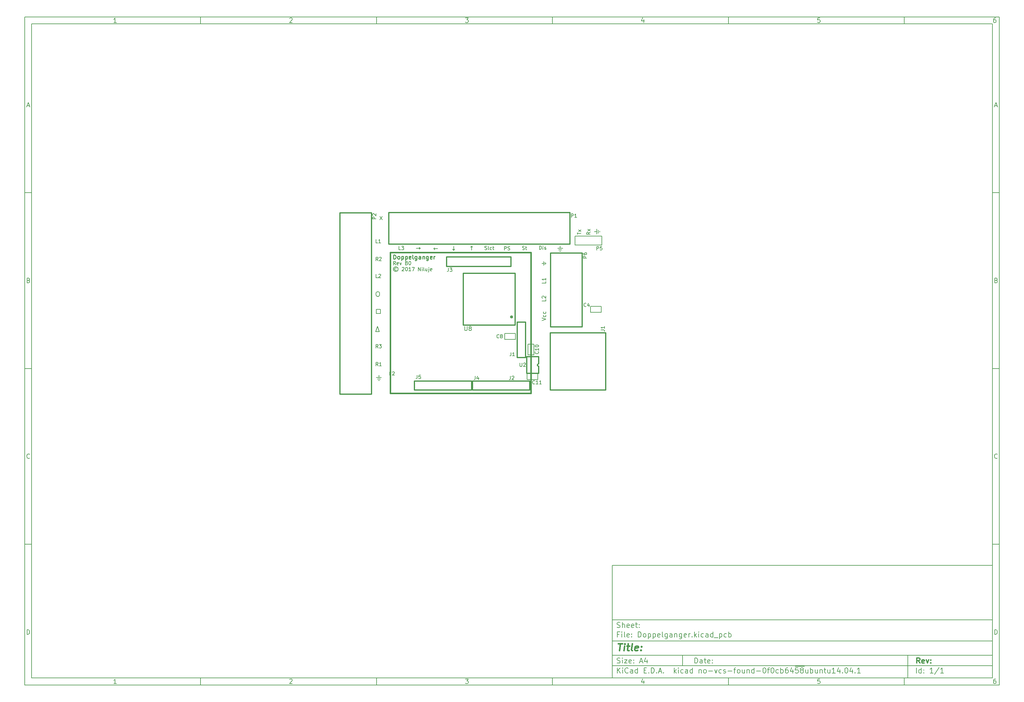
<source format=gto>
G04 #@! TF.GenerationSoftware,KiCad,Pcbnew,no-vcs-found-0f0cb64~58~ubuntu14.04.1*
G04 #@! TF.CreationDate,2017-03-27T23:46:48+02:00*
G04 #@! TF.ProjectId,Doppelganger,446F7070656C67616E6765722E6B6963,rev?*
G04 #@! TF.FileFunction,Legend,Top*
G04 #@! TF.FilePolarity,Positive*
%FSLAX46Y46*%
G04 Gerber Fmt 4.6, Leading zero omitted, Abs format (unit mm)*
G04 Created by KiCad (PCBNEW no-vcs-found-0f0cb64~58~ubuntu14.04.1) date Mon Mar 27 23:46:48 2017*
%MOMM*%
%LPD*%
G01*
G04 APERTURE LIST*
%ADD10C,0.100000*%
%ADD11C,0.150000*%
%ADD12C,0.300000*%
%ADD13C,0.400000*%
%ADD14C,0.200000*%
%ADD15C,0.250000*%
%ADD16C,0.203200*%
G04 APERTURE END LIST*
D10*
D11*
X177002200Y-166007200D02*
X177002200Y-198007200D01*
X285002200Y-198007200D01*
X285002200Y-166007200D01*
X177002200Y-166007200D01*
D10*
D11*
X10000000Y-10000000D02*
X10000000Y-200007200D01*
X287002200Y-200007200D01*
X287002200Y-10000000D01*
X10000000Y-10000000D01*
D10*
D11*
X12000000Y-12000000D02*
X12000000Y-198007200D01*
X285002200Y-198007200D01*
X285002200Y-12000000D01*
X12000000Y-12000000D01*
D10*
D11*
X60000000Y-12000000D02*
X60000000Y-10000000D01*
D10*
D11*
X110000000Y-12000000D02*
X110000000Y-10000000D01*
D10*
D11*
X160000000Y-12000000D02*
X160000000Y-10000000D01*
D10*
D11*
X210000000Y-12000000D02*
X210000000Y-10000000D01*
D10*
D11*
X260000000Y-12000000D02*
X260000000Y-10000000D01*
D10*
D11*
X36065476Y-11588095D02*
X35322619Y-11588095D01*
X35694047Y-11588095D02*
X35694047Y-10288095D01*
X35570238Y-10473809D01*
X35446428Y-10597619D01*
X35322619Y-10659523D01*
D10*
D11*
X85322619Y-10411904D02*
X85384523Y-10350000D01*
X85508333Y-10288095D01*
X85817857Y-10288095D01*
X85941666Y-10350000D01*
X86003571Y-10411904D01*
X86065476Y-10535714D01*
X86065476Y-10659523D01*
X86003571Y-10845238D01*
X85260714Y-11588095D01*
X86065476Y-11588095D01*
D10*
D11*
X135260714Y-10288095D02*
X136065476Y-10288095D01*
X135632142Y-10783333D01*
X135817857Y-10783333D01*
X135941666Y-10845238D01*
X136003571Y-10907142D01*
X136065476Y-11030952D01*
X136065476Y-11340476D01*
X136003571Y-11464285D01*
X135941666Y-11526190D01*
X135817857Y-11588095D01*
X135446428Y-11588095D01*
X135322619Y-11526190D01*
X135260714Y-11464285D01*
D10*
D11*
X185941666Y-10721428D02*
X185941666Y-11588095D01*
X185632142Y-10226190D02*
X185322619Y-11154761D01*
X186127380Y-11154761D01*
D10*
D11*
X236003571Y-10288095D02*
X235384523Y-10288095D01*
X235322619Y-10907142D01*
X235384523Y-10845238D01*
X235508333Y-10783333D01*
X235817857Y-10783333D01*
X235941666Y-10845238D01*
X236003571Y-10907142D01*
X236065476Y-11030952D01*
X236065476Y-11340476D01*
X236003571Y-11464285D01*
X235941666Y-11526190D01*
X235817857Y-11588095D01*
X235508333Y-11588095D01*
X235384523Y-11526190D01*
X235322619Y-11464285D01*
D10*
D11*
X285941666Y-10288095D02*
X285694047Y-10288095D01*
X285570238Y-10350000D01*
X285508333Y-10411904D01*
X285384523Y-10597619D01*
X285322619Y-10845238D01*
X285322619Y-11340476D01*
X285384523Y-11464285D01*
X285446428Y-11526190D01*
X285570238Y-11588095D01*
X285817857Y-11588095D01*
X285941666Y-11526190D01*
X286003571Y-11464285D01*
X286065476Y-11340476D01*
X286065476Y-11030952D01*
X286003571Y-10907142D01*
X285941666Y-10845238D01*
X285817857Y-10783333D01*
X285570238Y-10783333D01*
X285446428Y-10845238D01*
X285384523Y-10907142D01*
X285322619Y-11030952D01*
D10*
D11*
X60000000Y-198007200D02*
X60000000Y-200007200D01*
D10*
D11*
X110000000Y-198007200D02*
X110000000Y-200007200D01*
D10*
D11*
X160000000Y-198007200D02*
X160000000Y-200007200D01*
D10*
D11*
X210000000Y-198007200D02*
X210000000Y-200007200D01*
D10*
D11*
X260000000Y-198007200D02*
X260000000Y-200007200D01*
D10*
D11*
X36065476Y-199595295D02*
X35322619Y-199595295D01*
X35694047Y-199595295D02*
X35694047Y-198295295D01*
X35570238Y-198481009D01*
X35446428Y-198604819D01*
X35322619Y-198666723D01*
D10*
D11*
X85322619Y-198419104D02*
X85384523Y-198357200D01*
X85508333Y-198295295D01*
X85817857Y-198295295D01*
X85941666Y-198357200D01*
X86003571Y-198419104D01*
X86065476Y-198542914D01*
X86065476Y-198666723D01*
X86003571Y-198852438D01*
X85260714Y-199595295D01*
X86065476Y-199595295D01*
D10*
D11*
X135260714Y-198295295D02*
X136065476Y-198295295D01*
X135632142Y-198790533D01*
X135817857Y-198790533D01*
X135941666Y-198852438D01*
X136003571Y-198914342D01*
X136065476Y-199038152D01*
X136065476Y-199347676D01*
X136003571Y-199471485D01*
X135941666Y-199533390D01*
X135817857Y-199595295D01*
X135446428Y-199595295D01*
X135322619Y-199533390D01*
X135260714Y-199471485D01*
D10*
D11*
X185941666Y-198728628D02*
X185941666Y-199595295D01*
X185632142Y-198233390D02*
X185322619Y-199161961D01*
X186127380Y-199161961D01*
D10*
D11*
X236003571Y-198295295D02*
X235384523Y-198295295D01*
X235322619Y-198914342D01*
X235384523Y-198852438D01*
X235508333Y-198790533D01*
X235817857Y-198790533D01*
X235941666Y-198852438D01*
X236003571Y-198914342D01*
X236065476Y-199038152D01*
X236065476Y-199347676D01*
X236003571Y-199471485D01*
X235941666Y-199533390D01*
X235817857Y-199595295D01*
X235508333Y-199595295D01*
X235384523Y-199533390D01*
X235322619Y-199471485D01*
D10*
D11*
X285941666Y-198295295D02*
X285694047Y-198295295D01*
X285570238Y-198357200D01*
X285508333Y-198419104D01*
X285384523Y-198604819D01*
X285322619Y-198852438D01*
X285322619Y-199347676D01*
X285384523Y-199471485D01*
X285446428Y-199533390D01*
X285570238Y-199595295D01*
X285817857Y-199595295D01*
X285941666Y-199533390D01*
X286003571Y-199471485D01*
X286065476Y-199347676D01*
X286065476Y-199038152D01*
X286003571Y-198914342D01*
X285941666Y-198852438D01*
X285817857Y-198790533D01*
X285570238Y-198790533D01*
X285446428Y-198852438D01*
X285384523Y-198914342D01*
X285322619Y-199038152D01*
D10*
D11*
X10000000Y-60000000D02*
X12000000Y-60000000D01*
D10*
D11*
X10000000Y-110000000D02*
X12000000Y-110000000D01*
D10*
D11*
X10000000Y-160000000D02*
X12000000Y-160000000D01*
D10*
D11*
X10690476Y-35216666D02*
X11309523Y-35216666D01*
X10566666Y-35588095D02*
X11000000Y-34288095D01*
X11433333Y-35588095D01*
D10*
D11*
X11092857Y-84907142D02*
X11278571Y-84969047D01*
X11340476Y-85030952D01*
X11402380Y-85154761D01*
X11402380Y-85340476D01*
X11340476Y-85464285D01*
X11278571Y-85526190D01*
X11154761Y-85588095D01*
X10659523Y-85588095D01*
X10659523Y-84288095D01*
X11092857Y-84288095D01*
X11216666Y-84350000D01*
X11278571Y-84411904D01*
X11340476Y-84535714D01*
X11340476Y-84659523D01*
X11278571Y-84783333D01*
X11216666Y-84845238D01*
X11092857Y-84907142D01*
X10659523Y-84907142D01*
D10*
D11*
X11402380Y-135464285D02*
X11340476Y-135526190D01*
X11154761Y-135588095D01*
X11030952Y-135588095D01*
X10845238Y-135526190D01*
X10721428Y-135402380D01*
X10659523Y-135278571D01*
X10597619Y-135030952D01*
X10597619Y-134845238D01*
X10659523Y-134597619D01*
X10721428Y-134473809D01*
X10845238Y-134350000D01*
X11030952Y-134288095D01*
X11154761Y-134288095D01*
X11340476Y-134350000D01*
X11402380Y-134411904D01*
D10*
D11*
X10659523Y-185588095D02*
X10659523Y-184288095D01*
X10969047Y-184288095D01*
X11154761Y-184350000D01*
X11278571Y-184473809D01*
X11340476Y-184597619D01*
X11402380Y-184845238D01*
X11402380Y-185030952D01*
X11340476Y-185278571D01*
X11278571Y-185402380D01*
X11154761Y-185526190D01*
X10969047Y-185588095D01*
X10659523Y-185588095D01*
D10*
D11*
X287002200Y-60000000D02*
X285002200Y-60000000D01*
D10*
D11*
X287002200Y-110000000D02*
X285002200Y-110000000D01*
D10*
D11*
X287002200Y-160000000D02*
X285002200Y-160000000D01*
D10*
D11*
X285692676Y-35216666D02*
X286311723Y-35216666D01*
X285568866Y-35588095D02*
X286002200Y-34288095D01*
X286435533Y-35588095D01*
D10*
D11*
X286095057Y-84907142D02*
X286280771Y-84969047D01*
X286342676Y-85030952D01*
X286404580Y-85154761D01*
X286404580Y-85340476D01*
X286342676Y-85464285D01*
X286280771Y-85526190D01*
X286156961Y-85588095D01*
X285661723Y-85588095D01*
X285661723Y-84288095D01*
X286095057Y-84288095D01*
X286218866Y-84350000D01*
X286280771Y-84411904D01*
X286342676Y-84535714D01*
X286342676Y-84659523D01*
X286280771Y-84783333D01*
X286218866Y-84845238D01*
X286095057Y-84907142D01*
X285661723Y-84907142D01*
D10*
D11*
X286404580Y-135464285D02*
X286342676Y-135526190D01*
X286156961Y-135588095D01*
X286033152Y-135588095D01*
X285847438Y-135526190D01*
X285723628Y-135402380D01*
X285661723Y-135278571D01*
X285599819Y-135030952D01*
X285599819Y-134845238D01*
X285661723Y-134597619D01*
X285723628Y-134473809D01*
X285847438Y-134350000D01*
X286033152Y-134288095D01*
X286156961Y-134288095D01*
X286342676Y-134350000D01*
X286404580Y-134411904D01*
D10*
D11*
X285661723Y-185588095D02*
X285661723Y-184288095D01*
X285971247Y-184288095D01*
X286156961Y-184350000D01*
X286280771Y-184473809D01*
X286342676Y-184597619D01*
X286404580Y-184845238D01*
X286404580Y-185030952D01*
X286342676Y-185278571D01*
X286280771Y-185402380D01*
X286156961Y-185526190D01*
X285971247Y-185588095D01*
X285661723Y-185588095D01*
D10*
D11*
X200434342Y-193785771D02*
X200434342Y-192285771D01*
X200791485Y-192285771D01*
X201005771Y-192357200D01*
X201148628Y-192500057D01*
X201220057Y-192642914D01*
X201291485Y-192928628D01*
X201291485Y-193142914D01*
X201220057Y-193428628D01*
X201148628Y-193571485D01*
X201005771Y-193714342D01*
X200791485Y-193785771D01*
X200434342Y-193785771D01*
X202577200Y-193785771D02*
X202577200Y-193000057D01*
X202505771Y-192857200D01*
X202362914Y-192785771D01*
X202077200Y-192785771D01*
X201934342Y-192857200D01*
X202577200Y-193714342D02*
X202434342Y-193785771D01*
X202077200Y-193785771D01*
X201934342Y-193714342D01*
X201862914Y-193571485D01*
X201862914Y-193428628D01*
X201934342Y-193285771D01*
X202077200Y-193214342D01*
X202434342Y-193214342D01*
X202577200Y-193142914D01*
X203077200Y-192785771D02*
X203648628Y-192785771D01*
X203291485Y-192285771D02*
X203291485Y-193571485D01*
X203362914Y-193714342D01*
X203505771Y-193785771D01*
X203648628Y-193785771D01*
X204720057Y-193714342D02*
X204577200Y-193785771D01*
X204291485Y-193785771D01*
X204148628Y-193714342D01*
X204077200Y-193571485D01*
X204077200Y-193000057D01*
X204148628Y-192857200D01*
X204291485Y-192785771D01*
X204577200Y-192785771D01*
X204720057Y-192857200D01*
X204791485Y-193000057D01*
X204791485Y-193142914D01*
X204077200Y-193285771D01*
X205434342Y-193642914D02*
X205505771Y-193714342D01*
X205434342Y-193785771D01*
X205362914Y-193714342D01*
X205434342Y-193642914D01*
X205434342Y-193785771D01*
X205434342Y-192857200D02*
X205505771Y-192928628D01*
X205434342Y-193000057D01*
X205362914Y-192928628D01*
X205434342Y-192857200D01*
X205434342Y-193000057D01*
D10*
D11*
X177002200Y-194507200D02*
X285002200Y-194507200D01*
D10*
D11*
X178434342Y-196585771D02*
X178434342Y-195085771D01*
X179291485Y-196585771D02*
X178648628Y-195728628D01*
X179291485Y-195085771D02*
X178434342Y-195942914D01*
X179934342Y-196585771D02*
X179934342Y-195585771D01*
X179934342Y-195085771D02*
X179862914Y-195157200D01*
X179934342Y-195228628D01*
X180005771Y-195157200D01*
X179934342Y-195085771D01*
X179934342Y-195228628D01*
X181505771Y-196442914D02*
X181434342Y-196514342D01*
X181220057Y-196585771D01*
X181077200Y-196585771D01*
X180862914Y-196514342D01*
X180720057Y-196371485D01*
X180648628Y-196228628D01*
X180577200Y-195942914D01*
X180577200Y-195728628D01*
X180648628Y-195442914D01*
X180720057Y-195300057D01*
X180862914Y-195157200D01*
X181077200Y-195085771D01*
X181220057Y-195085771D01*
X181434342Y-195157200D01*
X181505771Y-195228628D01*
X182791485Y-196585771D02*
X182791485Y-195800057D01*
X182720057Y-195657200D01*
X182577200Y-195585771D01*
X182291485Y-195585771D01*
X182148628Y-195657200D01*
X182791485Y-196514342D02*
X182648628Y-196585771D01*
X182291485Y-196585771D01*
X182148628Y-196514342D01*
X182077200Y-196371485D01*
X182077200Y-196228628D01*
X182148628Y-196085771D01*
X182291485Y-196014342D01*
X182648628Y-196014342D01*
X182791485Y-195942914D01*
X184148628Y-196585771D02*
X184148628Y-195085771D01*
X184148628Y-196514342D02*
X184005771Y-196585771D01*
X183720057Y-196585771D01*
X183577200Y-196514342D01*
X183505771Y-196442914D01*
X183434342Y-196300057D01*
X183434342Y-195871485D01*
X183505771Y-195728628D01*
X183577200Y-195657200D01*
X183720057Y-195585771D01*
X184005771Y-195585771D01*
X184148628Y-195657200D01*
X186005771Y-195800057D02*
X186505771Y-195800057D01*
X186720057Y-196585771D02*
X186005771Y-196585771D01*
X186005771Y-195085771D01*
X186720057Y-195085771D01*
X187362914Y-196442914D02*
X187434342Y-196514342D01*
X187362914Y-196585771D01*
X187291485Y-196514342D01*
X187362914Y-196442914D01*
X187362914Y-196585771D01*
X188077200Y-196585771D02*
X188077200Y-195085771D01*
X188434342Y-195085771D01*
X188648628Y-195157200D01*
X188791485Y-195300057D01*
X188862914Y-195442914D01*
X188934342Y-195728628D01*
X188934342Y-195942914D01*
X188862914Y-196228628D01*
X188791485Y-196371485D01*
X188648628Y-196514342D01*
X188434342Y-196585771D01*
X188077200Y-196585771D01*
X189577200Y-196442914D02*
X189648628Y-196514342D01*
X189577200Y-196585771D01*
X189505771Y-196514342D01*
X189577200Y-196442914D01*
X189577200Y-196585771D01*
X190220057Y-196157200D02*
X190934342Y-196157200D01*
X190077200Y-196585771D02*
X190577200Y-195085771D01*
X191077200Y-196585771D01*
X191577200Y-196442914D02*
X191648628Y-196514342D01*
X191577200Y-196585771D01*
X191505771Y-196514342D01*
X191577200Y-196442914D01*
X191577200Y-196585771D01*
X194577200Y-196585771D02*
X194577200Y-195085771D01*
X194720057Y-196014342D02*
X195148628Y-196585771D01*
X195148628Y-195585771D02*
X194577200Y-196157200D01*
X195791485Y-196585771D02*
X195791485Y-195585771D01*
X195791485Y-195085771D02*
X195720057Y-195157200D01*
X195791485Y-195228628D01*
X195862914Y-195157200D01*
X195791485Y-195085771D01*
X195791485Y-195228628D01*
X197148628Y-196514342D02*
X197005771Y-196585771D01*
X196720057Y-196585771D01*
X196577200Y-196514342D01*
X196505771Y-196442914D01*
X196434342Y-196300057D01*
X196434342Y-195871485D01*
X196505771Y-195728628D01*
X196577200Y-195657200D01*
X196720057Y-195585771D01*
X197005771Y-195585771D01*
X197148628Y-195657200D01*
X198434342Y-196585771D02*
X198434342Y-195800057D01*
X198362914Y-195657200D01*
X198220057Y-195585771D01*
X197934342Y-195585771D01*
X197791485Y-195657200D01*
X198434342Y-196514342D02*
X198291485Y-196585771D01*
X197934342Y-196585771D01*
X197791485Y-196514342D01*
X197720057Y-196371485D01*
X197720057Y-196228628D01*
X197791485Y-196085771D01*
X197934342Y-196014342D01*
X198291485Y-196014342D01*
X198434342Y-195942914D01*
X199791485Y-196585771D02*
X199791485Y-195085771D01*
X199791485Y-196514342D02*
X199648628Y-196585771D01*
X199362914Y-196585771D01*
X199220057Y-196514342D01*
X199148628Y-196442914D01*
X199077200Y-196300057D01*
X199077200Y-195871485D01*
X199148628Y-195728628D01*
X199220057Y-195657200D01*
X199362914Y-195585771D01*
X199648628Y-195585771D01*
X199791485Y-195657200D01*
X201648628Y-195585771D02*
X201648628Y-196585771D01*
X201648628Y-195728628D02*
X201720057Y-195657200D01*
X201862914Y-195585771D01*
X202077200Y-195585771D01*
X202220057Y-195657200D01*
X202291485Y-195800057D01*
X202291485Y-196585771D01*
X203220057Y-196585771D02*
X203077200Y-196514342D01*
X203005771Y-196442914D01*
X202934342Y-196300057D01*
X202934342Y-195871485D01*
X203005771Y-195728628D01*
X203077200Y-195657200D01*
X203220057Y-195585771D01*
X203434342Y-195585771D01*
X203577200Y-195657200D01*
X203648628Y-195728628D01*
X203720057Y-195871485D01*
X203720057Y-196300057D01*
X203648628Y-196442914D01*
X203577200Y-196514342D01*
X203434342Y-196585771D01*
X203220057Y-196585771D01*
X204362914Y-196014342D02*
X205505771Y-196014342D01*
X206077200Y-195585771D02*
X206434342Y-196585771D01*
X206791485Y-195585771D01*
X208005771Y-196514342D02*
X207862914Y-196585771D01*
X207577200Y-196585771D01*
X207434342Y-196514342D01*
X207362914Y-196442914D01*
X207291485Y-196300057D01*
X207291485Y-195871485D01*
X207362914Y-195728628D01*
X207434342Y-195657200D01*
X207577200Y-195585771D01*
X207862914Y-195585771D01*
X208005771Y-195657200D01*
X208577200Y-196514342D02*
X208720057Y-196585771D01*
X209005771Y-196585771D01*
X209148628Y-196514342D01*
X209220057Y-196371485D01*
X209220057Y-196300057D01*
X209148628Y-196157200D01*
X209005771Y-196085771D01*
X208791485Y-196085771D01*
X208648628Y-196014342D01*
X208577200Y-195871485D01*
X208577200Y-195800057D01*
X208648628Y-195657200D01*
X208791485Y-195585771D01*
X209005771Y-195585771D01*
X209148628Y-195657200D01*
X209862914Y-196014342D02*
X211005771Y-196014342D01*
X211505771Y-195585771D02*
X212077200Y-195585771D01*
X211720057Y-196585771D02*
X211720057Y-195300057D01*
X211791485Y-195157200D01*
X211934342Y-195085771D01*
X212077200Y-195085771D01*
X212791485Y-196585771D02*
X212648628Y-196514342D01*
X212577200Y-196442914D01*
X212505771Y-196300057D01*
X212505771Y-195871485D01*
X212577200Y-195728628D01*
X212648628Y-195657200D01*
X212791485Y-195585771D01*
X213005771Y-195585771D01*
X213148628Y-195657200D01*
X213220057Y-195728628D01*
X213291485Y-195871485D01*
X213291485Y-196300057D01*
X213220057Y-196442914D01*
X213148628Y-196514342D01*
X213005771Y-196585771D01*
X212791485Y-196585771D01*
X214577200Y-195585771D02*
X214577200Y-196585771D01*
X213934342Y-195585771D02*
X213934342Y-196371485D01*
X214005771Y-196514342D01*
X214148628Y-196585771D01*
X214362914Y-196585771D01*
X214505771Y-196514342D01*
X214577200Y-196442914D01*
X215291485Y-195585771D02*
X215291485Y-196585771D01*
X215291485Y-195728628D02*
X215362914Y-195657200D01*
X215505771Y-195585771D01*
X215720057Y-195585771D01*
X215862914Y-195657200D01*
X215934342Y-195800057D01*
X215934342Y-196585771D01*
X217291485Y-196585771D02*
X217291485Y-195085771D01*
X217291485Y-196514342D02*
X217148628Y-196585771D01*
X216862914Y-196585771D01*
X216720057Y-196514342D01*
X216648628Y-196442914D01*
X216577200Y-196300057D01*
X216577200Y-195871485D01*
X216648628Y-195728628D01*
X216720057Y-195657200D01*
X216862914Y-195585771D01*
X217148628Y-195585771D01*
X217291485Y-195657200D01*
X218005771Y-196014342D02*
X219148628Y-196014342D01*
X220148628Y-195085771D02*
X220291485Y-195085771D01*
X220434342Y-195157200D01*
X220505771Y-195228628D01*
X220577200Y-195371485D01*
X220648628Y-195657200D01*
X220648628Y-196014342D01*
X220577200Y-196300057D01*
X220505771Y-196442914D01*
X220434342Y-196514342D01*
X220291485Y-196585771D01*
X220148628Y-196585771D01*
X220005771Y-196514342D01*
X219934342Y-196442914D01*
X219862914Y-196300057D01*
X219791485Y-196014342D01*
X219791485Y-195657200D01*
X219862914Y-195371485D01*
X219934342Y-195228628D01*
X220005771Y-195157200D01*
X220148628Y-195085771D01*
X221077200Y-195585771D02*
X221648628Y-195585771D01*
X221291485Y-196585771D02*
X221291485Y-195300057D01*
X221362914Y-195157200D01*
X221505771Y-195085771D01*
X221648628Y-195085771D01*
X222434342Y-195085771D02*
X222577200Y-195085771D01*
X222720057Y-195157200D01*
X222791485Y-195228628D01*
X222862914Y-195371485D01*
X222934342Y-195657200D01*
X222934342Y-196014342D01*
X222862914Y-196300057D01*
X222791485Y-196442914D01*
X222720057Y-196514342D01*
X222577200Y-196585771D01*
X222434342Y-196585771D01*
X222291485Y-196514342D01*
X222220057Y-196442914D01*
X222148628Y-196300057D01*
X222077200Y-196014342D01*
X222077200Y-195657200D01*
X222148628Y-195371485D01*
X222220057Y-195228628D01*
X222291485Y-195157200D01*
X222434342Y-195085771D01*
X224220057Y-196514342D02*
X224077200Y-196585771D01*
X223791485Y-196585771D01*
X223648628Y-196514342D01*
X223577200Y-196442914D01*
X223505771Y-196300057D01*
X223505771Y-195871485D01*
X223577200Y-195728628D01*
X223648628Y-195657200D01*
X223791485Y-195585771D01*
X224077200Y-195585771D01*
X224220057Y-195657200D01*
X224862914Y-196585771D02*
X224862914Y-195085771D01*
X224862914Y-195657200D02*
X225005771Y-195585771D01*
X225291485Y-195585771D01*
X225434342Y-195657200D01*
X225505771Y-195728628D01*
X225577200Y-195871485D01*
X225577200Y-196300057D01*
X225505771Y-196442914D01*
X225434342Y-196514342D01*
X225291485Y-196585771D01*
X225005771Y-196585771D01*
X224862914Y-196514342D01*
X226862914Y-195085771D02*
X226577200Y-195085771D01*
X226434342Y-195157200D01*
X226362914Y-195228628D01*
X226220057Y-195442914D01*
X226148628Y-195728628D01*
X226148628Y-196300057D01*
X226220057Y-196442914D01*
X226291485Y-196514342D01*
X226434342Y-196585771D01*
X226720057Y-196585771D01*
X226862914Y-196514342D01*
X226934342Y-196442914D01*
X227005771Y-196300057D01*
X227005771Y-195942914D01*
X226934342Y-195800057D01*
X226862914Y-195728628D01*
X226720057Y-195657200D01*
X226434342Y-195657200D01*
X226291485Y-195728628D01*
X226220057Y-195800057D01*
X226148628Y-195942914D01*
X228291485Y-195585771D02*
X228291485Y-196585771D01*
X227934342Y-195014342D02*
X227577200Y-196085771D01*
X228505771Y-196085771D01*
X228967557Y-194677200D02*
X230148628Y-194677200D01*
X229791485Y-195085771D02*
X229077200Y-195085771D01*
X229005771Y-195800057D01*
X229077200Y-195728628D01*
X229220057Y-195657200D01*
X229577200Y-195657200D01*
X229720057Y-195728628D01*
X229791485Y-195800057D01*
X229862914Y-195942914D01*
X229862914Y-196300057D01*
X229791485Y-196442914D01*
X229720057Y-196514342D01*
X229577200Y-196585771D01*
X229220057Y-196585771D01*
X229077200Y-196514342D01*
X229005771Y-196442914D01*
X230148628Y-194677200D02*
X231577200Y-194677200D01*
X230720057Y-195728628D02*
X230577200Y-195657200D01*
X230505771Y-195585771D01*
X230434342Y-195442914D01*
X230434342Y-195371485D01*
X230505771Y-195228628D01*
X230577200Y-195157200D01*
X230720057Y-195085771D01*
X231005771Y-195085771D01*
X231148628Y-195157200D01*
X231220057Y-195228628D01*
X231291485Y-195371485D01*
X231291485Y-195442914D01*
X231220057Y-195585771D01*
X231148628Y-195657200D01*
X231005771Y-195728628D01*
X230720057Y-195728628D01*
X230577200Y-195800057D01*
X230505771Y-195871485D01*
X230434342Y-196014342D01*
X230434342Y-196300057D01*
X230505771Y-196442914D01*
X230577200Y-196514342D01*
X230720057Y-196585771D01*
X231005771Y-196585771D01*
X231148628Y-196514342D01*
X231220057Y-196442914D01*
X231291485Y-196300057D01*
X231291485Y-196014342D01*
X231220057Y-195871485D01*
X231148628Y-195800057D01*
X231005771Y-195728628D01*
X232577200Y-195585771D02*
X232577200Y-196585771D01*
X231934342Y-195585771D02*
X231934342Y-196371485D01*
X232005771Y-196514342D01*
X232148628Y-196585771D01*
X232362914Y-196585771D01*
X232505771Y-196514342D01*
X232577200Y-196442914D01*
X233291485Y-196585771D02*
X233291485Y-195085771D01*
X233291485Y-195657200D02*
X233434342Y-195585771D01*
X233720057Y-195585771D01*
X233862914Y-195657200D01*
X233934342Y-195728628D01*
X234005771Y-195871485D01*
X234005771Y-196300057D01*
X233934342Y-196442914D01*
X233862914Y-196514342D01*
X233720057Y-196585771D01*
X233434342Y-196585771D01*
X233291485Y-196514342D01*
X235291485Y-195585771D02*
X235291485Y-196585771D01*
X234648628Y-195585771D02*
X234648628Y-196371485D01*
X234720057Y-196514342D01*
X234862914Y-196585771D01*
X235077200Y-196585771D01*
X235220057Y-196514342D01*
X235291485Y-196442914D01*
X236005771Y-195585771D02*
X236005771Y-196585771D01*
X236005771Y-195728628D02*
X236077200Y-195657200D01*
X236220057Y-195585771D01*
X236434342Y-195585771D01*
X236577200Y-195657200D01*
X236648628Y-195800057D01*
X236648628Y-196585771D01*
X237148628Y-195585771D02*
X237720057Y-195585771D01*
X237362914Y-195085771D02*
X237362914Y-196371485D01*
X237434342Y-196514342D01*
X237577200Y-196585771D01*
X237720057Y-196585771D01*
X238862914Y-195585771D02*
X238862914Y-196585771D01*
X238220057Y-195585771D02*
X238220057Y-196371485D01*
X238291485Y-196514342D01*
X238434342Y-196585771D01*
X238648628Y-196585771D01*
X238791485Y-196514342D01*
X238862914Y-196442914D01*
X240362914Y-196585771D02*
X239505771Y-196585771D01*
X239934342Y-196585771D02*
X239934342Y-195085771D01*
X239791485Y-195300057D01*
X239648628Y-195442914D01*
X239505771Y-195514342D01*
X241648628Y-195585771D02*
X241648628Y-196585771D01*
X241291485Y-195014342D02*
X240934342Y-196085771D01*
X241862914Y-196085771D01*
X242434342Y-196442914D02*
X242505771Y-196514342D01*
X242434342Y-196585771D01*
X242362914Y-196514342D01*
X242434342Y-196442914D01*
X242434342Y-196585771D01*
X243434342Y-195085771D02*
X243577200Y-195085771D01*
X243720057Y-195157200D01*
X243791485Y-195228628D01*
X243862914Y-195371485D01*
X243934342Y-195657200D01*
X243934342Y-196014342D01*
X243862914Y-196300057D01*
X243791485Y-196442914D01*
X243720057Y-196514342D01*
X243577200Y-196585771D01*
X243434342Y-196585771D01*
X243291485Y-196514342D01*
X243220057Y-196442914D01*
X243148628Y-196300057D01*
X243077200Y-196014342D01*
X243077200Y-195657200D01*
X243148628Y-195371485D01*
X243220057Y-195228628D01*
X243291485Y-195157200D01*
X243434342Y-195085771D01*
X245220057Y-195585771D02*
X245220057Y-196585771D01*
X244862914Y-195014342D02*
X244505771Y-196085771D01*
X245434342Y-196085771D01*
X246005771Y-196442914D02*
X246077200Y-196514342D01*
X246005771Y-196585771D01*
X245934342Y-196514342D01*
X246005771Y-196442914D01*
X246005771Y-196585771D01*
X247505771Y-196585771D02*
X246648628Y-196585771D01*
X247077200Y-196585771D02*
X247077200Y-195085771D01*
X246934342Y-195300057D01*
X246791485Y-195442914D01*
X246648628Y-195514342D01*
D10*
D11*
X177002200Y-191507200D02*
X285002200Y-191507200D01*
D10*
D12*
X264411485Y-193785771D02*
X263911485Y-193071485D01*
X263554342Y-193785771D02*
X263554342Y-192285771D01*
X264125771Y-192285771D01*
X264268628Y-192357200D01*
X264340057Y-192428628D01*
X264411485Y-192571485D01*
X264411485Y-192785771D01*
X264340057Y-192928628D01*
X264268628Y-193000057D01*
X264125771Y-193071485D01*
X263554342Y-193071485D01*
X265625771Y-193714342D02*
X265482914Y-193785771D01*
X265197200Y-193785771D01*
X265054342Y-193714342D01*
X264982914Y-193571485D01*
X264982914Y-193000057D01*
X265054342Y-192857200D01*
X265197200Y-192785771D01*
X265482914Y-192785771D01*
X265625771Y-192857200D01*
X265697200Y-193000057D01*
X265697200Y-193142914D01*
X264982914Y-193285771D01*
X266197200Y-192785771D02*
X266554342Y-193785771D01*
X266911485Y-192785771D01*
X267482914Y-193642914D02*
X267554342Y-193714342D01*
X267482914Y-193785771D01*
X267411485Y-193714342D01*
X267482914Y-193642914D01*
X267482914Y-193785771D01*
X267482914Y-192857200D02*
X267554342Y-192928628D01*
X267482914Y-193000057D01*
X267411485Y-192928628D01*
X267482914Y-192857200D01*
X267482914Y-193000057D01*
D10*
D11*
X178362914Y-193714342D02*
X178577200Y-193785771D01*
X178934342Y-193785771D01*
X179077200Y-193714342D01*
X179148628Y-193642914D01*
X179220057Y-193500057D01*
X179220057Y-193357200D01*
X179148628Y-193214342D01*
X179077200Y-193142914D01*
X178934342Y-193071485D01*
X178648628Y-193000057D01*
X178505771Y-192928628D01*
X178434342Y-192857200D01*
X178362914Y-192714342D01*
X178362914Y-192571485D01*
X178434342Y-192428628D01*
X178505771Y-192357200D01*
X178648628Y-192285771D01*
X179005771Y-192285771D01*
X179220057Y-192357200D01*
X179862914Y-193785771D02*
X179862914Y-192785771D01*
X179862914Y-192285771D02*
X179791485Y-192357200D01*
X179862914Y-192428628D01*
X179934342Y-192357200D01*
X179862914Y-192285771D01*
X179862914Y-192428628D01*
X180434342Y-192785771D02*
X181220057Y-192785771D01*
X180434342Y-193785771D01*
X181220057Y-193785771D01*
X182362914Y-193714342D02*
X182220057Y-193785771D01*
X181934342Y-193785771D01*
X181791485Y-193714342D01*
X181720057Y-193571485D01*
X181720057Y-193000057D01*
X181791485Y-192857200D01*
X181934342Y-192785771D01*
X182220057Y-192785771D01*
X182362914Y-192857200D01*
X182434342Y-193000057D01*
X182434342Y-193142914D01*
X181720057Y-193285771D01*
X183077200Y-193642914D02*
X183148628Y-193714342D01*
X183077200Y-193785771D01*
X183005771Y-193714342D01*
X183077200Y-193642914D01*
X183077200Y-193785771D01*
X183077200Y-192857200D02*
X183148628Y-192928628D01*
X183077200Y-193000057D01*
X183005771Y-192928628D01*
X183077200Y-192857200D01*
X183077200Y-193000057D01*
X184862914Y-193357200D02*
X185577200Y-193357200D01*
X184720057Y-193785771D02*
X185220057Y-192285771D01*
X185720057Y-193785771D01*
X186862914Y-192785771D02*
X186862914Y-193785771D01*
X186505771Y-192214342D02*
X186148628Y-193285771D01*
X187077200Y-193285771D01*
D10*
D11*
X263434342Y-196585771D02*
X263434342Y-195085771D01*
X264791485Y-196585771D02*
X264791485Y-195085771D01*
X264791485Y-196514342D02*
X264648628Y-196585771D01*
X264362914Y-196585771D01*
X264220057Y-196514342D01*
X264148628Y-196442914D01*
X264077200Y-196300057D01*
X264077200Y-195871485D01*
X264148628Y-195728628D01*
X264220057Y-195657200D01*
X264362914Y-195585771D01*
X264648628Y-195585771D01*
X264791485Y-195657200D01*
X265505771Y-196442914D02*
X265577200Y-196514342D01*
X265505771Y-196585771D01*
X265434342Y-196514342D01*
X265505771Y-196442914D01*
X265505771Y-196585771D01*
X265505771Y-195657200D02*
X265577200Y-195728628D01*
X265505771Y-195800057D01*
X265434342Y-195728628D01*
X265505771Y-195657200D01*
X265505771Y-195800057D01*
X268148628Y-196585771D02*
X267291485Y-196585771D01*
X267720057Y-196585771D02*
X267720057Y-195085771D01*
X267577200Y-195300057D01*
X267434342Y-195442914D01*
X267291485Y-195514342D01*
X269862914Y-195014342D02*
X268577200Y-196942914D01*
X271148628Y-196585771D02*
X270291485Y-196585771D01*
X270720057Y-196585771D02*
X270720057Y-195085771D01*
X270577200Y-195300057D01*
X270434342Y-195442914D01*
X270291485Y-195514342D01*
D10*
D11*
X177002200Y-187507200D02*
X285002200Y-187507200D01*
D10*
D13*
X178714580Y-188211961D02*
X179857438Y-188211961D01*
X179036009Y-190211961D02*
X179286009Y-188211961D01*
X180274104Y-190211961D02*
X180440771Y-188878628D01*
X180524104Y-188211961D02*
X180416961Y-188307200D01*
X180500295Y-188402438D01*
X180607438Y-188307200D01*
X180524104Y-188211961D01*
X180500295Y-188402438D01*
X181107438Y-188878628D02*
X181869342Y-188878628D01*
X181476485Y-188211961D02*
X181262200Y-189926247D01*
X181333628Y-190116723D01*
X181512200Y-190211961D01*
X181702676Y-190211961D01*
X182655057Y-190211961D02*
X182476485Y-190116723D01*
X182405057Y-189926247D01*
X182619342Y-188211961D01*
X184190771Y-190116723D02*
X183988390Y-190211961D01*
X183607438Y-190211961D01*
X183428866Y-190116723D01*
X183357438Y-189926247D01*
X183452676Y-189164342D01*
X183571723Y-188973866D01*
X183774104Y-188878628D01*
X184155057Y-188878628D01*
X184333628Y-188973866D01*
X184405057Y-189164342D01*
X184381247Y-189354819D01*
X183405057Y-189545295D01*
X185155057Y-190021485D02*
X185238390Y-190116723D01*
X185131247Y-190211961D01*
X185047914Y-190116723D01*
X185155057Y-190021485D01*
X185131247Y-190211961D01*
X185286009Y-188973866D02*
X185369342Y-189069104D01*
X185262200Y-189164342D01*
X185178866Y-189069104D01*
X185286009Y-188973866D01*
X185262200Y-189164342D01*
D10*
D11*
X178934342Y-185600057D02*
X178434342Y-185600057D01*
X178434342Y-186385771D02*
X178434342Y-184885771D01*
X179148628Y-184885771D01*
X179720057Y-186385771D02*
X179720057Y-185385771D01*
X179720057Y-184885771D02*
X179648628Y-184957200D01*
X179720057Y-185028628D01*
X179791485Y-184957200D01*
X179720057Y-184885771D01*
X179720057Y-185028628D01*
X180648628Y-186385771D02*
X180505771Y-186314342D01*
X180434342Y-186171485D01*
X180434342Y-184885771D01*
X181791485Y-186314342D02*
X181648628Y-186385771D01*
X181362914Y-186385771D01*
X181220057Y-186314342D01*
X181148628Y-186171485D01*
X181148628Y-185600057D01*
X181220057Y-185457200D01*
X181362914Y-185385771D01*
X181648628Y-185385771D01*
X181791485Y-185457200D01*
X181862914Y-185600057D01*
X181862914Y-185742914D01*
X181148628Y-185885771D01*
X182505771Y-186242914D02*
X182577200Y-186314342D01*
X182505771Y-186385771D01*
X182434342Y-186314342D01*
X182505771Y-186242914D01*
X182505771Y-186385771D01*
X182505771Y-185457200D02*
X182577200Y-185528628D01*
X182505771Y-185600057D01*
X182434342Y-185528628D01*
X182505771Y-185457200D01*
X182505771Y-185600057D01*
X184362914Y-186385771D02*
X184362914Y-184885771D01*
X184720057Y-184885771D01*
X184934342Y-184957200D01*
X185077200Y-185100057D01*
X185148628Y-185242914D01*
X185220057Y-185528628D01*
X185220057Y-185742914D01*
X185148628Y-186028628D01*
X185077200Y-186171485D01*
X184934342Y-186314342D01*
X184720057Y-186385771D01*
X184362914Y-186385771D01*
X186077200Y-186385771D02*
X185934342Y-186314342D01*
X185862914Y-186242914D01*
X185791485Y-186100057D01*
X185791485Y-185671485D01*
X185862914Y-185528628D01*
X185934342Y-185457200D01*
X186077200Y-185385771D01*
X186291485Y-185385771D01*
X186434342Y-185457200D01*
X186505771Y-185528628D01*
X186577200Y-185671485D01*
X186577200Y-186100057D01*
X186505771Y-186242914D01*
X186434342Y-186314342D01*
X186291485Y-186385771D01*
X186077200Y-186385771D01*
X187220057Y-185385771D02*
X187220057Y-186885771D01*
X187220057Y-185457200D02*
X187362914Y-185385771D01*
X187648628Y-185385771D01*
X187791485Y-185457200D01*
X187862914Y-185528628D01*
X187934342Y-185671485D01*
X187934342Y-186100057D01*
X187862914Y-186242914D01*
X187791485Y-186314342D01*
X187648628Y-186385771D01*
X187362914Y-186385771D01*
X187220057Y-186314342D01*
X188577200Y-185385771D02*
X188577200Y-186885771D01*
X188577200Y-185457200D02*
X188720057Y-185385771D01*
X189005771Y-185385771D01*
X189148628Y-185457200D01*
X189220057Y-185528628D01*
X189291485Y-185671485D01*
X189291485Y-186100057D01*
X189220057Y-186242914D01*
X189148628Y-186314342D01*
X189005771Y-186385771D01*
X188720057Y-186385771D01*
X188577200Y-186314342D01*
X190505771Y-186314342D02*
X190362914Y-186385771D01*
X190077200Y-186385771D01*
X189934342Y-186314342D01*
X189862914Y-186171485D01*
X189862914Y-185600057D01*
X189934342Y-185457200D01*
X190077200Y-185385771D01*
X190362914Y-185385771D01*
X190505771Y-185457200D01*
X190577200Y-185600057D01*
X190577200Y-185742914D01*
X189862914Y-185885771D01*
X191434342Y-186385771D02*
X191291485Y-186314342D01*
X191220057Y-186171485D01*
X191220057Y-184885771D01*
X192648628Y-185385771D02*
X192648628Y-186600057D01*
X192577200Y-186742914D01*
X192505771Y-186814342D01*
X192362914Y-186885771D01*
X192148628Y-186885771D01*
X192005771Y-186814342D01*
X192648628Y-186314342D02*
X192505771Y-186385771D01*
X192220057Y-186385771D01*
X192077200Y-186314342D01*
X192005771Y-186242914D01*
X191934342Y-186100057D01*
X191934342Y-185671485D01*
X192005771Y-185528628D01*
X192077200Y-185457200D01*
X192220057Y-185385771D01*
X192505771Y-185385771D01*
X192648628Y-185457200D01*
X194005771Y-186385771D02*
X194005771Y-185600057D01*
X193934342Y-185457200D01*
X193791485Y-185385771D01*
X193505771Y-185385771D01*
X193362914Y-185457200D01*
X194005771Y-186314342D02*
X193862914Y-186385771D01*
X193505771Y-186385771D01*
X193362914Y-186314342D01*
X193291485Y-186171485D01*
X193291485Y-186028628D01*
X193362914Y-185885771D01*
X193505771Y-185814342D01*
X193862914Y-185814342D01*
X194005771Y-185742914D01*
X194720057Y-185385771D02*
X194720057Y-186385771D01*
X194720057Y-185528628D02*
X194791485Y-185457200D01*
X194934342Y-185385771D01*
X195148628Y-185385771D01*
X195291485Y-185457200D01*
X195362914Y-185600057D01*
X195362914Y-186385771D01*
X196720057Y-185385771D02*
X196720057Y-186600057D01*
X196648628Y-186742914D01*
X196577200Y-186814342D01*
X196434342Y-186885771D01*
X196220057Y-186885771D01*
X196077200Y-186814342D01*
X196720057Y-186314342D02*
X196577200Y-186385771D01*
X196291485Y-186385771D01*
X196148628Y-186314342D01*
X196077200Y-186242914D01*
X196005771Y-186100057D01*
X196005771Y-185671485D01*
X196077200Y-185528628D01*
X196148628Y-185457200D01*
X196291485Y-185385771D01*
X196577200Y-185385771D01*
X196720057Y-185457200D01*
X198005771Y-186314342D02*
X197862914Y-186385771D01*
X197577200Y-186385771D01*
X197434342Y-186314342D01*
X197362914Y-186171485D01*
X197362914Y-185600057D01*
X197434342Y-185457200D01*
X197577200Y-185385771D01*
X197862914Y-185385771D01*
X198005771Y-185457200D01*
X198077200Y-185600057D01*
X198077200Y-185742914D01*
X197362914Y-185885771D01*
X198720057Y-186385771D02*
X198720057Y-185385771D01*
X198720057Y-185671485D02*
X198791485Y-185528628D01*
X198862914Y-185457200D01*
X199005771Y-185385771D01*
X199148628Y-185385771D01*
X199648628Y-186242914D02*
X199720057Y-186314342D01*
X199648628Y-186385771D01*
X199577200Y-186314342D01*
X199648628Y-186242914D01*
X199648628Y-186385771D01*
X200362914Y-186385771D02*
X200362914Y-184885771D01*
X200505771Y-185814342D02*
X200934342Y-186385771D01*
X200934342Y-185385771D02*
X200362914Y-185957200D01*
X201577200Y-186385771D02*
X201577200Y-185385771D01*
X201577200Y-184885771D02*
X201505771Y-184957200D01*
X201577200Y-185028628D01*
X201648628Y-184957200D01*
X201577200Y-184885771D01*
X201577200Y-185028628D01*
X202934342Y-186314342D02*
X202791485Y-186385771D01*
X202505771Y-186385771D01*
X202362914Y-186314342D01*
X202291485Y-186242914D01*
X202220057Y-186100057D01*
X202220057Y-185671485D01*
X202291485Y-185528628D01*
X202362914Y-185457200D01*
X202505771Y-185385771D01*
X202791485Y-185385771D01*
X202934342Y-185457200D01*
X204220057Y-186385771D02*
X204220057Y-185600057D01*
X204148628Y-185457200D01*
X204005771Y-185385771D01*
X203720057Y-185385771D01*
X203577200Y-185457200D01*
X204220057Y-186314342D02*
X204077200Y-186385771D01*
X203720057Y-186385771D01*
X203577200Y-186314342D01*
X203505771Y-186171485D01*
X203505771Y-186028628D01*
X203577200Y-185885771D01*
X203720057Y-185814342D01*
X204077200Y-185814342D01*
X204220057Y-185742914D01*
X205577200Y-186385771D02*
X205577200Y-184885771D01*
X205577200Y-186314342D02*
X205434342Y-186385771D01*
X205148628Y-186385771D01*
X205005771Y-186314342D01*
X204934342Y-186242914D01*
X204862914Y-186100057D01*
X204862914Y-185671485D01*
X204934342Y-185528628D01*
X205005771Y-185457200D01*
X205148628Y-185385771D01*
X205434342Y-185385771D01*
X205577200Y-185457200D01*
X205934342Y-186528628D02*
X207077200Y-186528628D01*
X207434342Y-185385771D02*
X207434342Y-186885771D01*
X207434342Y-185457200D02*
X207577200Y-185385771D01*
X207862914Y-185385771D01*
X208005771Y-185457200D01*
X208077200Y-185528628D01*
X208148628Y-185671485D01*
X208148628Y-186100057D01*
X208077200Y-186242914D01*
X208005771Y-186314342D01*
X207862914Y-186385771D01*
X207577200Y-186385771D01*
X207434342Y-186314342D01*
X209434342Y-186314342D02*
X209291485Y-186385771D01*
X209005771Y-186385771D01*
X208862914Y-186314342D01*
X208791485Y-186242914D01*
X208720057Y-186100057D01*
X208720057Y-185671485D01*
X208791485Y-185528628D01*
X208862914Y-185457200D01*
X209005771Y-185385771D01*
X209291485Y-185385771D01*
X209434342Y-185457200D01*
X210077200Y-186385771D02*
X210077200Y-184885771D01*
X210077200Y-185457200D02*
X210220057Y-185385771D01*
X210505771Y-185385771D01*
X210648628Y-185457200D01*
X210720057Y-185528628D01*
X210791485Y-185671485D01*
X210791485Y-186100057D01*
X210720057Y-186242914D01*
X210648628Y-186314342D01*
X210505771Y-186385771D01*
X210220057Y-186385771D01*
X210077200Y-186314342D01*
D10*
D11*
X177002200Y-181507200D02*
X285002200Y-181507200D01*
D10*
D11*
X178362914Y-183614342D02*
X178577200Y-183685771D01*
X178934342Y-183685771D01*
X179077200Y-183614342D01*
X179148628Y-183542914D01*
X179220057Y-183400057D01*
X179220057Y-183257200D01*
X179148628Y-183114342D01*
X179077200Y-183042914D01*
X178934342Y-182971485D01*
X178648628Y-182900057D01*
X178505771Y-182828628D01*
X178434342Y-182757200D01*
X178362914Y-182614342D01*
X178362914Y-182471485D01*
X178434342Y-182328628D01*
X178505771Y-182257200D01*
X178648628Y-182185771D01*
X179005771Y-182185771D01*
X179220057Y-182257200D01*
X179862914Y-183685771D02*
X179862914Y-182185771D01*
X180505771Y-183685771D02*
X180505771Y-182900057D01*
X180434342Y-182757200D01*
X180291485Y-182685771D01*
X180077200Y-182685771D01*
X179934342Y-182757200D01*
X179862914Y-182828628D01*
X181791485Y-183614342D02*
X181648628Y-183685771D01*
X181362914Y-183685771D01*
X181220057Y-183614342D01*
X181148628Y-183471485D01*
X181148628Y-182900057D01*
X181220057Y-182757200D01*
X181362914Y-182685771D01*
X181648628Y-182685771D01*
X181791485Y-182757200D01*
X181862914Y-182900057D01*
X181862914Y-183042914D01*
X181148628Y-183185771D01*
X183077200Y-183614342D02*
X182934342Y-183685771D01*
X182648628Y-183685771D01*
X182505771Y-183614342D01*
X182434342Y-183471485D01*
X182434342Y-182900057D01*
X182505771Y-182757200D01*
X182648628Y-182685771D01*
X182934342Y-182685771D01*
X183077200Y-182757200D01*
X183148628Y-182900057D01*
X183148628Y-183042914D01*
X182434342Y-183185771D01*
X183577200Y-182685771D02*
X184148628Y-182685771D01*
X183791485Y-182185771D02*
X183791485Y-183471485D01*
X183862914Y-183614342D01*
X184005771Y-183685771D01*
X184148628Y-183685771D01*
X184648628Y-183542914D02*
X184720057Y-183614342D01*
X184648628Y-183685771D01*
X184577200Y-183614342D01*
X184648628Y-183542914D01*
X184648628Y-183685771D01*
X184648628Y-182757200D02*
X184720057Y-182828628D01*
X184648628Y-182900057D01*
X184577200Y-182828628D01*
X184648628Y-182757200D01*
X184648628Y-182900057D01*
D10*
D11*
X197002200Y-191507200D02*
X197002200Y-194507200D01*
D10*
D11*
X261002200Y-191507200D02*
X261002200Y-198007200D01*
D14*
X172546191Y-71769514D02*
X172546191Y-70318085D01*
X172981620Y-71479228D02*
X172981620Y-70608371D01*
X171893048Y-71043800D02*
X172546191Y-71043800D01*
X173417048Y-70898657D02*
X173417048Y-71188942D01*
X157045259Y-96348703D02*
X158145259Y-95982037D01*
X157045259Y-95615370D01*
X158092878Y-94777275D02*
X158145259Y-94882037D01*
X158145259Y-95091560D01*
X158092878Y-95196322D01*
X158040497Y-95248703D01*
X157935735Y-95301084D01*
X157621449Y-95301084D01*
X157516687Y-95248703D01*
X157464306Y-95196322D01*
X157411925Y-95091560D01*
X157411925Y-94882037D01*
X157464306Y-94777275D01*
X158092878Y-93834418D02*
X158145259Y-93939180D01*
X158145259Y-94148703D01*
X158092878Y-94253465D01*
X158040497Y-94305846D01*
X157935735Y-94358227D01*
X157621449Y-94358227D01*
X157516687Y-94305846D01*
X157464306Y-94253465D01*
X157411925Y-94148703D01*
X157411925Y-93939180D01*
X157464306Y-93834418D01*
X167100000Y-71861276D02*
X167100000Y-71289847D01*
X168100000Y-71575561D02*
X167100000Y-71575561D01*
X168100000Y-71051752D02*
X167433334Y-70527942D01*
X167433334Y-71051752D02*
X168100000Y-70527942D01*
X170703500Y-71266038D02*
X170227310Y-71599371D01*
X170703500Y-71837466D02*
X169703500Y-71837466D01*
X169703500Y-71456514D01*
X169751120Y-71361276D01*
X169798739Y-71313657D01*
X169893977Y-71266038D01*
X170036834Y-71266038D01*
X170132072Y-71313657D01*
X170179691Y-71361276D01*
X170227310Y-71456514D01*
X170227310Y-71837466D01*
X170703500Y-70932704D02*
X170036834Y-70408895D01*
X170036834Y-70932704D02*
X170703500Y-70408895D01*
X157516687Y-80604929D02*
X157516687Y-79557310D01*
X157830973Y-80395405D02*
X157830973Y-79766834D01*
X157045259Y-80081120D02*
X157516687Y-80081120D01*
X158145259Y-79976358D02*
X158145259Y-80185881D01*
X158145259Y-85197133D02*
X158145259Y-85720942D01*
X157045259Y-85720942D01*
X158145259Y-84254276D02*
X158145259Y-84882847D01*
X158145259Y-84568561D02*
X157045259Y-84568561D01*
X157202401Y-84673323D01*
X157307163Y-84778085D01*
X157359544Y-84882847D01*
X158145259Y-90307613D02*
X158145259Y-90831422D01*
X157045259Y-90831422D01*
X157150020Y-89993327D02*
X157097640Y-89940946D01*
X157045259Y-89836184D01*
X157045259Y-89574280D01*
X157097640Y-89469518D01*
X157150020Y-89417137D01*
X157254782Y-89364756D01*
X157359544Y-89364756D01*
X157516687Y-89417137D01*
X158145259Y-90045708D01*
X158145259Y-89364756D01*
X115409703Y-80509000D02*
X115076370Y-80032810D01*
X114838275Y-80509000D02*
X114838275Y-79509000D01*
X115219227Y-79509000D01*
X115314465Y-79556620D01*
X115362084Y-79604239D01*
X115409703Y-79699477D01*
X115409703Y-79842334D01*
X115362084Y-79937572D01*
X115314465Y-79985191D01*
X115219227Y-80032810D01*
X114838275Y-80032810D01*
X116219227Y-80461381D02*
X116123989Y-80509000D01*
X115933513Y-80509000D01*
X115838275Y-80461381D01*
X115790656Y-80366143D01*
X115790656Y-79985191D01*
X115838275Y-79889953D01*
X115933513Y-79842334D01*
X116123989Y-79842334D01*
X116219227Y-79889953D01*
X116266846Y-79985191D01*
X116266846Y-80080429D01*
X115790656Y-80175667D01*
X116600180Y-79842334D02*
X116838275Y-80509000D01*
X117076370Y-79842334D01*
X118552560Y-79985191D02*
X118695418Y-80032810D01*
X118743037Y-80080429D01*
X118790656Y-80175667D01*
X118790656Y-80318524D01*
X118743037Y-80413762D01*
X118695418Y-80461381D01*
X118600180Y-80509000D01*
X118219227Y-80509000D01*
X118219227Y-79509000D01*
X118552560Y-79509000D01*
X118647799Y-79556620D01*
X118695418Y-79604239D01*
X118743037Y-79699477D01*
X118743037Y-79794715D01*
X118695418Y-79889953D01*
X118647799Y-79937572D01*
X118552560Y-79985191D01*
X118219227Y-79985191D01*
X119409703Y-79509000D02*
X119504941Y-79509000D01*
X119600180Y-79556620D01*
X119647799Y-79604239D01*
X119695418Y-79699477D01*
X119743037Y-79889953D01*
X119743037Y-80128048D01*
X119695418Y-80318524D01*
X119647799Y-80413762D01*
X119600180Y-80461381D01*
X119504941Y-80509000D01*
X119409703Y-80509000D01*
X119314465Y-80461381D01*
X119266846Y-80413762D01*
X119219227Y-80318524D01*
X119171608Y-80128048D01*
X119171608Y-79889953D01*
X119219227Y-79699477D01*
X119266846Y-79604239D01*
X119314465Y-79556620D01*
X119409703Y-79509000D01*
X115647799Y-81447096D02*
X115552560Y-81399477D01*
X115362084Y-81399477D01*
X115266846Y-81447096D01*
X115171608Y-81542334D01*
X115123989Y-81637572D01*
X115123989Y-81828048D01*
X115171608Y-81923286D01*
X115266846Y-82018524D01*
X115362084Y-82066143D01*
X115552560Y-82066143D01*
X115647799Y-82018524D01*
X115457322Y-81066143D02*
X115219227Y-81113762D01*
X114981132Y-81256620D01*
X114838275Y-81494715D01*
X114790656Y-81732810D01*
X114838275Y-81970905D01*
X114981132Y-82209000D01*
X115219227Y-82351858D01*
X115457322Y-82399477D01*
X115695418Y-82351858D01*
X115933513Y-82209000D01*
X116076370Y-81970905D01*
X116123989Y-81732810D01*
X116076370Y-81494715D01*
X115933513Y-81256620D01*
X115695418Y-81113762D01*
X115457322Y-81066143D01*
X117266846Y-81304239D02*
X117314465Y-81256620D01*
X117409703Y-81209000D01*
X117647799Y-81209000D01*
X117743037Y-81256620D01*
X117790656Y-81304239D01*
X117838275Y-81399477D01*
X117838275Y-81494715D01*
X117790656Y-81637572D01*
X117219227Y-82209000D01*
X117838275Y-82209000D01*
X118457322Y-81209000D02*
X118552560Y-81209000D01*
X118647799Y-81256620D01*
X118695418Y-81304239D01*
X118743037Y-81399477D01*
X118790656Y-81589953D01*
X118790656Y-81828048D01*
X118743037Y-82018524D01*
X118695418Y-82113762D01*
X118647799Y-82161381D01*
X118552560Y-82209000D01*
X118457322Y-82209000D01*
X118362084Y-82161381D01*
X118314465Y-82113762D01*
X118266846Y-82018524D01*
X118219227Y-81828048D01*
X118219227Y-81589953D01*
X118266846Y-81399477D01*
X118314465Y-81304239D01*
X118362084Y-81256620D01*
X118457322Y-81209000D01*
X119743037Y-82209000D02*
X119171608Y-82209000D01*
X119457322Y-82209000D02*
X119457322Y-81209000D01*
X119362084Y-81351858D01*
X119266846Y-81447096D01*
X119171608Y-81494715D01*
X120076370Y-81209000D02*
X120743037Y-81209000D01*
X120314465Y-82209000D01*
X121885894Y-82209000D02*
X121885894Y-81209000D01*
X122457322Y-82209000D01*
X122457322Y-81209000D01*
X122933513Y-82209000D02*
X122933513Y-81542334D01*
X122933513Y-81209000D02*
X122885894Y-81256620D01*
X122933513Y-81304239D01*
X122981132Y-81256620D01*
X122933513Y-81209000D01*
X122933513Y-81304239D01*
X123552560Y-82209000D02*
X123457322Y-82161381D01*
X123409703Y-82066143D01*
X123409703Y-81209000D01*
X124362084Y-81542334D02*
X124362084Y-82209000D01*
X123933513Y-81542334D02*
X123933513Y-82066143D01*
X123981132Y-82161381D01*
X124076370Y-82209000D01*
X124219227Y-82209000D01*
X124314465Y-82161381D01*
X124362084Y-82113762D01*
X124838275Y-81542334D02*
X124838275Y-82399477D01*
X124790656Y-82494715D01*
X124695418Y-82542334D01*
X124647799Y-82542334D01*
X124838275Y-81209000D02*
X124790656Y-81256620D01*
X124838275Y-81304239D01*
X124885894Y-81256620D01*
X124838275Y-81209000D01*
X124838275Y-81304239D01*
X125695418Y-82161381D02*
X125600180Y-82209000D01*
X125409703Y-82209000D01*
X125314465Y-82161381D01*
X125266846Y-82066143D01*
X125266846Y-81685191D01*
X125314465Y-81589953D01*
X125409703Y-81542334D01*
X125600180Y-81542334D01*
X125695418Y-81589953D01*
X125743037Y-81685191D01*
X125743037Y-81780429D01*
X125266846Y-81875667D01*
D15*
X114813808Y-78858677D02*
X114813808Y-77658677D01*
X115099522Y-77658677D01*
X115270951Y-77715820D01*
X115385237Y-77830105D01*
X115442380Y-77944391D01*
X115499522Y-78172962D01*
X115499522Y-78344391D01*
X115442380Y-78572962D01*
X115385237Y-78687248D01*
X115270951Y-78801534D01*
X115099522Y-78858677D01*
X114813808Y-78858677D01*
X116185237Y-78858677D02*
X116070951Y-78801534D01*
X116013808Y-78744391D01*
X115956665Y-78630105D01*
X115956665Y-78287248D01*
X116013808Y-78172962D01*
X116070951Y-78115820D01*
X116185237Y-78058677D01*
X116356665Y-78058677D01*
X116470951Y-78115820D01*
X116528094Y-78172962D01*
X116585237Y-78287248D01*
X116585237Y-78630105D01*
X116528094Y-78744391D01*
X116470951Y-78801534D01*
X116356665Y-78858677D01*
X116185237Y-78858677D01*
X117099522Y-78058677D02*
X117099522Y-79258677D01*
X117099522Y-78115820D02*
X117213808Y-78058677D01*
X117442380Y-78058677D01*
X117556665Y-78115820D01*
X117613808Y-78172962D01*
X117670951Y-78287248D01*
X117670951Y-78630105D01*
X117613808Y-78744391D01*
X117556665Y-78801534D01*
X117442380Y-78858677D01*
X117213808Y-78858677D01*
X117099522Y-78801534D01*
X118185237Y-78058677D02*
X118185237Y-79258677D01*
X118185237Y-78115820D02*
X118299522Y-78058677D01*
X118528094Y-78058677D01*
X118642380Y-78115820D01*
X118699522Y-78172962D01*
X118756665Y-78287248D01*
X118756665Y-78630105D01*
X118699522Y-78744391D01*
X118642380Y-78801534D01*
X118528094Y-78858677D01*
X118299522Y-78858677D01*
X118185237Y-78801534D01*
X119728094Y-78801534D02*
X119613808Y-78858677D01*
X119385237Y-78858677D01*
X119270951Y-78801534D01*
X119213808Y-78687248D01*
X119213808Y-78230105D01*
X119270951Y-78115820D01*
X119385237Y-78058677D01*
X119613808Y-78058677D01*
X119728094Y-78115820D01*
X119785237Y-78230105D01*
X119785237Y-78344391D01*
X119213808Y-78458677D01*
X120470951Y-78858677D02*
X120356665Y-78801534D01*
X120299522Y-78687248D01*
X120299522Y-77658677D01*
X121442380Y-78058677D02*
X121442380Y-79030105D01*
X121385237Y-79144391D01*
X121328094Y-79201534D01*
X121213808Y-79258677D01*
X121042380Y-79258677D01*
X120928094Y-79201534D01*
X121442380Y-78801534D02*
X121328094Y-78858677D01*
X121099522Y-78858677D01*
X120985237Y-78801534D01*
X120928094Y-78744391D01*
X120870951Y-78630105D01*
X120870951Y-78287248D01*
X120928094Y-78172962D01*
X120985237Y-78115820D01*
X121099522Y-78058677D01*
X121328094Y-78058677D01*
X121442380Y-78115820D01*
X122528094Y-78858677D02*
X122528094Y-78230105D01*
X122470951Y-78115820D01*
X122356665Y-78058677D01*
X122128094Y-78058677D01*
X122013808Y-78115820D01*
X122528094Y-78801534D02*
X122413808Y-78858677D01*
X122128094Y-78858677D01*
X122013808Y-78801534D01*
X121956665Y-78687248D01*
X121956665Y-78572962D01*
X122013808Y-78458677D01*
X122128094Y-78401534D01*
X122413808Y-78401534D01*
X122528094Y-78344391D01*
X123099522Y-78058677D02*
X123099522Y-78858677D01*
X123099522Y-78172962D02*
X123156665Y-78115820D01*
X123270951Y-78058677D01*
X123442380Y-78058677D01*
X123556665Y-78115820D01*
X123613808Y-78230105D01*
X123613808Y-78858677D01*
X124699522Y-78058677D02*
X124699522Y-79030105D01*
X124642380Y-79144391D01*
X124585237Y-79201534D01*
X124470951Y-79258677D01*
X124299522Y-79258677D01*
X124185237Y-79201534D01*
X124699522Y-78801534D02*
X124585237Y-78858677D01*
X124356665Y-78858677D01*
X124242380Y-78801534D01*
X124185237Y-78744391D01*
X124128094Y-78630105D01*
X124128094Y-78287248D01*
X124185237Y-78172962D01*
X124242380Y-78115820D01*
X124356665Y-78058677D01*
X124585237Y-78058677D01*
X124699522Y-78115820D01*
X125728094Y-78801534D02*
X125613808Y-78858677D01*
X125385237Y-78858677D01*
X125270951Y-78801534D01*
X125213808Y-78687248D01*
X125213808Y-78230105D01*
X125270951Y-78115820D01*
X125385237Y-78058677D01*
X125613808Y-78058677D01*
X125728094Y-78115820D01*
X125785237Y-78230105D01*
X125785237Y-78344391D01*
X125213808Y-78458677D01*
X126299522Y-78858677D02*
X126299522Y-78058677D01*
X126299522Y-78287248D02*
X126356665Y-78172962D01*
X126413808Y-78115820D01*
X126528094Y-78058677D01*
X126642380Y-78058677D01*
D14*
X161453285Y-75764571D02*
X162904714Y-75764571D01*
X161743571Y-76200000D02*
X162614428Y-76200000D01*
X162179000Y-75111428D02*
X162179000Y-75764571D01*
X162324142Y-76635428D02*
X162033857Y-76635428D01*
X156295838Y-76144380D02*
X156295838Y-75144380D01*
X156533933Y-75144380D01*
X156676790Y-75192000D01*
X156772028Y-75287238D01*
X156819647Y-75382476D01*
X156867266Y-75572952D01*
X156867266Y-75715809D01*
X156819647Y-75906285D01*
X156772028Y-76001523D01*
X156676790Y-76096761D01*
X156533933Y-76144380D01*
X156295838Y-76144380D01*
X157295838Y-76144380D02*
X157295838Y-75477714D01*
X157295838Y-75144380D02*
X157248219Y-75192000D01*
X157295838Y-75239619D01*
X157343457Y-75192000D01*
X157295838Y-75144380D01*
X157295838Y-75239619D01*
X157724409Y-76096761D02*
X157819647Y-76144380D01*
X158010123Y-76144380D01*
X158105361Y-76096761D01*
X158152980Y-76001523D01*
X158152980Y-75953904D01*
X158105361Y-75858666D01*
X158010123Y-75811047D01*
X157867266Y-75811047D01*
X157772028Y-75763428D01*
X157724409Y-75668190D01*
X157724409Y-75620571D01*
X157772028Y-75525333D01*
X157867266Y-75477714D01*
X158010123Y-75477714D01*
X158105361Y-75525333D01*
X109957325Y-112510751D02*
X111408754Y-112510751D01*
X110247611Y-112946180D02*
X111118468Y-112946180D01*
X110683040Y-111857608D02*
X110683040Y-112510751D01*
X110828182Y-113381608D02*
X110537897Y-113381608D01*
X110236261Y-89487261D02*
X110045785Y-89392023D01*
X109950547Y-89296785D01*
X109855309Y-89106309D01*
X109855309Y-88534880D01*
X109950547Y-88344404D01*
X110045785Y-88249166D01*
X110236261Y-88153928D01*
X110521976Y-88153928D01*
X110712452Y-88249166D01*
X110807690Y-88344404D01*
X110902928Y-88534880D01*
X110902928Y-89106309D01*
X110807690Y-89296785D01*
X110712452Y-89392023D01*
X110521976Y-89487261D01*
X110236261Y-89487261D01*
X109967214Y-93198214D02*
X111110071Y-93198214D01*
X111110071Y-94341071D01*
X109967214Y-94341071D01*
X109967214Y-93198214D01*
X109752929Y-99474411D02*
X110252929Y-97974411D01*
X110752929Y-99474411D01*
X109752929Y-99474411D01*
X131927600Y-75227714D02*
X131927600Y-76370571D01*
X132213314Y-76084857D02*
X131927600Y-76370571D01*
X131641885Y-76084857D01*
X121297771Y-75799142D02*
X122440628Y-75799142D01*
X122154914Y-76084857D02*
X122440628Y-75799142D01*
X122154914Y-75513428D01*
X137033000Y-76319771D02*
X137033000Y-75176914D01*
X136747285Y-75462628D02*
X137033000Y-75176914D01*
X137318714Y-75462628D01*
X127393628Y-75900742D02*
X126250771Y-75900742D01*
X126536485Y-76186457D02*
X126250771Y-75900742D01*
X126536485Y-75615028D01*
X110969466Y-66711580D02*
X111636133Y-67711580D01*
X111636133Y-66711580D02*
X110969466Y-67711580D01*
X146353304Y-76296780D02*
X146353304Y-75296780D01*
X146734257Y-75296780D01*
X146829495Y-75344400D01*
X146877114Y-75392019D01*
X146924733Y-75487257D01*
X146924733Y-75630114D01*
X146877114Y-75725352D01*
X146829495Y-75772971D01*
X146734257Y-75820590D01*
X146353304Y-75820590D01*
X147305685Y-76249161D02*
X147448542Y-76296780D01*
X147686638Y-76296780D01*
X147781876Y-76249161D01*
X147829495Y-76201542D01*
X147877114Y-76106304D01*
X147877114Y-76011066D01*
X147829495Y-75915828D01*
X147781876Y-75868209D01*
X147686638Y-75820590D01*
X147496161Y-75772971D01*
X147400923Y-75725352D01*
X147353304Y-75677733D01*
X147305685Y-75582495D01*
X147305685Y-75487257D01*
X147353304Y-75392019D01*
X147400923Y-75344400D01*
X147496161Y-75296780D01*
X147734257Y-75296780D01*
X147877114Y-75344400D01*
X151472971Y-76147561D02*
X151615828Y-76195180D01*
X151853923Y-76195180D01*
X151949161Y-76147561D01*
X151996780Y-76099942D01*
X152044400Y-76004704D01*
X152044400Y-75909466D01*
X151996780Y-75814228D01*
X151949161Y-75766609D01*
X151853923Y-75718990D01*
X151663447Y-75671371D01*
X151568209Y-75623752D01*
X151520590Y-75576133D01*
X151472971Y-75480895D01*
X151472971Y-75385657D01*
X151520590Y-75290419D01*
X151568209Y-75242800D01*
X151663447Y-75195180D01*
X151901542Y-75195180D01*
X152044400Y-75242800D01*
X152330114Y-75528514D02*
X152711066Y-75528514D01*
X152472971Y-75195180D02*
X152472971Y-76052323D01*
X152520590Y-76147561D01*
X152615828Y-76195180D01*
X152711066Y-76195180D01*
X116876533Y-76245980D02*
X116400342Y-76245980D01*
X116400342Y-75245980D01*
X117114628Y-75245980D02*
X117733676Y-75245980D01*
X117400342Y-75626933D01*
X117543200Y-75626933D01*
X117638438Y-75674552D01*
X117686057Y-75722171D01*
X117733676Y-75817409D01*
X117733676Y-76055504D01*
X117686057Y-76150742D01*
X117638438Y-76198361D01*
X117543200Y-76245980D01*
X117257485Y-76245980D01*
X117162247Y-76198361D01*
X117114628Y-76150742D01*
X110324357Y-74239380D02*
X109848166Y-74239380D01*
X109848166Y-73239380D01*
X111181500Y-74239380D02*
X110610071Y-74239380D01*
X110895785Y-74239380D02*
X110895785Y-73239380D01*
X110800547Y-73382238D01*
X110705309Y-73477476D01*
X110610071Y-73525095D01*
X140774895Y-76147561D02*
X140917752Y-76195180D01*
X141155847Y-76195180D01*
X141251085Y-76147561D01*
X141298704Y-76099942D01*
X141346323Y-76004704D01*
X141346323Y-75909466D01*
X141298704Y-75814228D01*
X141251085Y-75766609D01*
X141155847Y-75718990D01*
X140965371Y-75671371D01*
X140870133Y-75623752D01*
X140822514Y-75576133D01*
X140774895Y-75480895D01*
X140774895Y-75385657D01*
X140822514Y-75290419D01*
X140870133Y-75242800D01*
X140965371Y-75195180D01*
X141203466Y-75195180D01*
X141346323Y-75242800D01*
X141917752Y-76195180D02*
X141822514Y-76147561D01*
X141774895Y-76052323D01*
X141774895Y-75195180D01*
X142727276Y-76147561D02*
X142632038Y-76195180D01*
X142441561Y-76195180D01*
X142346323Y-76147561D01*
X142298704Y-76099942D01*
X142251085Y-76004704D01*
X142251085Y-75718990D01*
X142298704Y-75623752D01*
X142346323Y-75576133D01*
X142441561Y-75528514D01*
X142632038Y-75528514D01*
X142727276Y-75576133D01*
X143012990Y-75528514D02*
X143393942Y-75528514D01*
X143155847Y-75195180D02*
X143155847Y-76052323D01*
X143203466Y-76147561D01*
X143298704Y-76195180D01*
X143393942Y-76195180D01*
X110419595Y-109227880D02*
X110086262Y-108751690D01*
X109848166Y-109227880D02*
X109848166Y-108227880D01*
X110229119Y-108227880D01*
X110324357Y-108275500D01*
X110371976Y-108323119D01*
X110419595Y-108418357D01*
X110419595Y-108561214D01*
X110371976Y-108656452D01*
X110324357Y-108704071D01*
X110229119Y-108751690D01*
X109848166Y-108751690D01*
X111371976Y-109227880D02*
X110800547Y-109227880D01*
X111086262Y-109227880D02*
X111086262Y-108227880D01*
X110991023Y-108370738D01*
X110895785Y-108465976D01*
X110800547Y-108513595D01*
X110419595Y-104147880D02*
X110086262Y-103671690D01*
X109848166Y-104147880D02*
X109848166Y-103147880D01*
X110229119Y-103147880D01*
X110324357Y-103195500D01*
X110371976Y-103243119D01*
X110419595Y-103338357D01*
X110419595Y-103481214D01*
X110371976Y-103576452D01*
X110324357Y-103624071D01*
X110229119Y-103671690D01*
X109848166Y-103671690D01*
X110752928Y-103147880D02*
X111371976Y-103147880D01*
X111038642Y-103528833D01*
X111181500Y-103528833D01*
X111276738Y-103576452D01*
X111324357Y-103624071D01*
X111371976Y-103719309D01*
X111371976Y-103957404D01*
X111324357Y-104052642D01*
X111276738Y-104100261D01*
X111181500Y-104147880D01*
X110895785Y-104147880D01*
X110800547Y-104100261D01*
X110752928Y-104052642D01*
X110324357Y-84145380D02*
X109848166Y-84145380D01*
X109848166Y-83145380D01*
X110610071Y-83240619D02*
X110657690Y-83193000D01*
X110752928Y-83145380D01*
X110991024Y-83145380D01*
X111086262Y-83193000D01*
X111133881Y-83240619D01*
X111181500Y-83335857D01*
X111181500Y-83431095D01*
X111133881Y-83573952D01*
X110562452Y-84145380D01*
X111181500Y-84145380D01*
X110419595Y-79319380D02*
X110086262Y-78843190D01*
X109848166Y-79319380D02*
X109848166Y-78319380D01*
X110229119Y-78319380D01*
X110324357Y-78367000D01*
X110371976Y-78414619D01*
X110419595Y-78509857D01*
X110419595Y-78652714D01*
X110371976Y-78747952D01*
X110324357Y-78795571D01*
X110229119Y-78843190D01*
X109848166Y-78843190D01*
X110800547Y-78414619D02*
X110848166Y-78367000D01*
X110943404Y-78319380D01*
X111181500Y-78319380D01*
X111276738Y-78367000D01*
X111324357Y-78414619D01*
X111371976Y-78509857D01*
X111371976Y-78605095D01*
X111324357Y-78747952D01*
X110752928Y-79319380D01*
X111371976Y-79319380D01*
D16*
X170815000Y-93992700D02*
X173863000Y-93992700D01*
X170815000Y-92316300D02*
X173863000Y-92316300D01*
X170815000Y-92316300D02*
X170815000Y-93992700D01*
X173863000Y-92316300D02*
X173863000Y-93992700D01*
X146380200Y-101701600D02*
X149428200Y-101701600D01*
X146380200Y-100025200D02*
X149428200Y-100025200D01*
X146380200Y-100025200D02*
X146380200Y-101701600D01*
X149428200Y-100025200D02*
X149428200Y-101701600D01*
D12*
X159436680Y-98134440D02*
X159436680Y-77134440D01*
X159436680Y-77134440D02*
X168436680Y-77134440D01*
X168436680Y-77134440D02*
X168436680Y-98134440D01*
X168436680Y-98134440D02*
X159436680Y-98134440D01*
X104084120Y-65751400D02*
X108584120Y-65751400D01*
X108584120Y-65751400D02*
X108584120Y-117251400D01*
X108584120Y-117251400D02*
X99584120Y-117251400D01*
X99584120Y-117251400D02*
X99584120Y-65751400D01*
X99584120Y-65751400D02*
X104084120Y-65751400D01*
X165001200Y-70104000D02*
X165001200Y-74604000D01*
X165001200Y-74604000D02*
X113501200Y-74604000D01*
X113501200Y-74604000D02*
X113501200Y-65604000D01*
X113501200Y-65604000D02*
X165001200Y-65604000D01*
X165001200Y-65604000D02*
X165001200Y-70104000D01*
D11*
X174053500Y-72326500D02*
X174053500Y-74866500D01*
X166433500Y-72326500D02*
X174053500Y-72326500D01*
X166433500Y-74866500D02*
X166433500Y-72326500D01*
X174053500Y-74866500D02*
X166433500Y-74866500D01*
D12*
X148615400Y-95326200D02*
G75*
G03X148615400Y-95326200I-254000J0D01*
G01*
X149377400Y-82880200D02*
X149377400Y-97612200D01*
X134645400Y-82880200D02*
X149377400Y-82880200D01*
X134645400Y-97612200D02*
X134645400Y-82880200D01*
X149377400Y-97612200D02*
X134645400Y-97612200D01*
X159368760Y-116125880D02*
X159368760Y-99865880D01*
X175118760Y-116125880D02*
X159368760Y-116125880D01*
X175118760Y-99865880D02*
X159368760Y-99865880D01*
X175118760Y-116125880D02*
X175118760Y-99865880D01*
X129892500Y-80933500D02*
X129892500Y-78266500D01*
X148180500Y-80933500D02*
X129892500Y-80933500D01*
X148180500Y-78266500D02*
X148180500Y-80933500D01*
X129892500Y-78266500D02*
X148180500Y-78266500D01*
D13*
X153890500Y-116996500D02*
X113890500Y-116996500D01*
X153890500Y-76996500D02*
X153890500Y-116996500D01*
X113890500Y-76996500D02*
X113890500Y-116996500D01*
X113890500Y-76996500D02*
X153890500Y-76996500D01*
D12*
X120748500Y-113572500D02*
X120748500Y-116112500D01*
X120748500Y-113572500D02*
X137004500Y-113572500D01*
X137004500Y-113572500D02*
X137004500Y-116112500D01*
X120748500Y-116112500D02*
X137004500Y-116112500D01*
X137258500Y-113572500D02*
X153514500Y-113572500D01*
X137258500Y-113572500D02*
X137258500Y-116112500D01*
X137258500Y-116112500D02*
X153514500Y-116112500D01*
X153514500Y-113572500D02*
X153514500Y-116112500D01*
X149958500Y-96808500D02*
X152371500Y-96808500D01*
X149958500Y-96808500D02*
X149958500Y-106841500D01*
X152371500Y-106841500D02*
X152371500Y-96808500D01*
X149958500Y-106841500D02*
X152371500Y-106841500D01*
X156035800Y-108682360D02*
G75*
G03X156035800Y-109342360I0J-330000D01*
G01*
X156035800Y-106652360D02*
X156035800Y-108682360D01*
X156035800Y-111392360D02*
X156035800Y-109342360D01*
X152675800Y-111382360D02*
X156035800Y-111392360D01*
X152675800Y-106652360D02*
X152675800Y-111382360D01*
X156035800Y-106652360D02*
X152675800Y-106652360D01*
D16*
X155798520Y-111452660D02*
X152750520Y-111452660D01*
X155798520Y-113129060D02*
X152750520Y-113129060D01*
X155798520Y-113129060D02*
X155798520Y-111452660D01*
X152750520Y-113129060D02*
X152750520Y-111452660D01*
X154686000Y-106116120D02*
X154686000Y-103068120D01*
X153009600Y-106116120D02*
X153009600Y-103068120D01*
X153009600Y-106116120D02*
X154686000Y-106116120D01*
X153009600Y-103068120D02*
X154686000Y-103068120D01*
D11*
X169553593Y-92307682D02*
X169505974Y-92355301D01*
X169363117Y-92402920D01*
X169267879Y-92402920D01*
X169125021Y-92355301D01*
X169029783Y-92260063D01*
X168982164Y-92164825D01*
X168934545Y-91974349D01*
X168934545Y-91831492D01*
X168982164Y-91641016D01*
X169029783Y-91545778D01*
X169125021Y-91450540D01*
X169267879Y-91402920D01*
X169363117Y-91402920D01*
X169505974Y-91450540D01*
X169553593Y-91498159D01*
X170410736Y-91736254D02*
X170410736Y-92402920D01*
X170172640Y-91355301D02*
X169934545Y-92069587D01*
X170553593Y-92069587D01*
X144798753Y-101228162D02*
X144751134Y-101275781D01*
X144608277Y-101323400D01*
X144513039Y-101323400D01*
X144370181Y-101275781D01*
X144274943Y-101180543D01*
X144227324Y-101085305D01*
X144179705Y-100894829D01*
X144179705Y-100751972D01*
X144227324Y-100561496D01*
X144274943Y-100466258D01*
X144370181Y-100371020D01*
X144513039Y-100323400D01*
X144608277Y-100323400D01*
X144751134Y-100371020D01*
X144798753Y-100418639D01*
X145370181Y-100751972D02*
X145274943Y-100704353D01*
X145227324Y-100656734D01*
X145179705Y-100561496D01*
X145179705Y-100513877D01*
X145227324Y-100418639D01*
X145274943Y-100371020D01*
X145370181Y-100323400D01*
X145560658Y-100323400D01*
X145655896Y-100371020D01*
X145703515Y-100418639D01*
X145751134Y-100513877D01*
X145751134Y-100561496D01*
X145703515Y-100656734D01*
X145655896Y-100704353D01*
X145560658Y-100751972D01*
X145370181Y-100751972D01*
X145274943Y-100799591D01*
X145227324Y-100847210D01*
X145179705Y-100942448D01*
X145179705Y-101132924D01*
X145227324Y-101228162D01*
X145274943Y-101275781D01*
X145370181Y-101323400D01*
X145560658Y-101323400D01*
X145655896Y-101275781D01*
X145703515Y-101228162D01*
X145751134Y-101132924D01*
X145751134Y-100942448D01*
X145703515Y-100847210D01*
X145655896Y-100799591D01*
X145560658Y-100751972D01*
X169738300Y-78561155D02*
X168738300Y-78561155D01*
X168738300Y-78180202D01*
X168785920Y-78084964D01*
X168833539Y-78037345D01*
X168928777Y-77989726D01*
X169071634Y-77989726D01*
X169166872Y-78037345D01*
X169214491Y-78084964D01*
X169262110Y-78180202D01*
X169262110Y-78561155D01*
X168738300Y-77132583D02*
X168738300Y-77323060D01*
X168785920Y-77418298D01*
X168833539Y-77465917D01*
X168976396Y-77561155D01*
X169166872Y-77608774D01*
X169547824Y-77608774D01*
X169643062Y-77561155D01*
X169690681Y-77513536D01*
X169738300Y-77418298D01*
X169738300Y-77227821D01*
X169690681Y-77132583D01*
X169643062Y-77084964D01*
X169547824Y-77037345D01*
X169309729Y-77037345D01*
X169214491Y-77084964D01*
X169166872Y-77132583D01*
X169119253Y-77227821D01*
X169119253Y-77418298D01*
X169166872Y-77513536D01*
X169214491Y-77561155D01*
X169309729Y-77608774D01*
X109852720Y-67453735D02*
X108852720Y-67453735D01*
X108852720Y-67072782D01*
X108900340Y-66977544D01*
X108947959Y-66929925D01*
X109043197Y-66882306D01*
X109186054Y-66882306D01*
X109281292Y-66929925D01*
X109328911Y-66977544D01*
X109376530Y-67072782D01*
X109376530Y-67453735D01*
X108947959Y-66501354D02*
X108900340Y-66453735D01*
X108852720Y-66358497D01*
X108852720Y-66120401D01*
X108900340Y-66025163D01*
X108947959Y-65977544D01*
X109043197Y-65929925D01*
X109138435Y-65929925D01*
X109281292Y-65977544D01*
X109852720Y-66548973D01*
X109852720Y-65929925D01*
X165362664Y-67018160D02*
X165362664Y-66018160D01*
X165743617Y-66018160D01*
X165838855Y-66065780D01*
X165886474Y-66113399D01*
X165934093Y-66208637D01*
X165934093Y-66351494D01*
X165886474Y-66446732D01*
X165838855Y-66494351D01*
X165743617Y-66541970D01*
X165362664Y-66541970D01*
X166886474Y-67018160D02*
X166315045Y-67018160D01*
X166600760Y-67018160D02*
X166600760Y-66018160D01*
X166505521Y-66161018D01*
X166410283Y-66256256D01*
X166315045Y-66303875D01*
X172561024Y-76286620D02*
X172561024Y-75286620D01*
X172941977Y-75286620D01*
X173037215Y-75334240D01*
X173084834Y-75381859D01*
X173132453Y-75477097D01*
X173132453Y-75619954D01*
X173084834Y-75715192D01*
X173037215Y-75762811D01*
X172941977Y-75810430D01*
X172561024Y-75810430D01*
X174037215Y-75286620D02*
X173561024Y-75286620D01*
X173513405Y-75762811D01*
X173561024Y-75715192D01*
X173656262Y-75667573D01*
X173894358Y-75667573D01*
X173989596Y-75715192D01*
X174037215Y-75762811D01*
X174084834Y-75858049D01*
X174084834Y-76096144D01*
X174037215Y-76191382D01*
X173989596Y-76239001D01*
X173894358Y-76286620D01*
X173656262Y-76286620D01*
X173561024Y-76239001D01*
X173513405Y-76191382D01*
X135046834Y-98011697D02*
X135046834Y-98983125D01*
X135103977Y-99097411D01*
X135161120Y-99154554D01*
X135275405Y-99211697D01*
X135503977Y-99211697D01*
X135618262Y-99154554D01*
X135675405Y-99097411D01*
X135732548Y-98983125D01*
X135732548Y-98011697D01*
X136475405Y-98525982D02*
X136361120Y-98468840D01*
X136303977Y-98411697D01*
X136246834Y-98297411D01*
X136246834Y-98240268D01*
X136303977Y-98125982D01*
X136361120Y-98068840D01*
X136475405Y-98011697D01*
X136703977Y-98011697D01*
X136818262Y-98068840D01*
X136875405Y-98125982D01*
X136932548Y-98240268D01*
X136932548Y-98297411D01*
X136875405Y-98411697D01*
X136818262Y-98468840D01*
X136703977Y-98525982D01*
X136475405Y-98525982D01*
X136361120Y-98583125D01*
X136303977Y-98640268D01*
X136246834Y-98754554D01*
X136246834Y-98983125D01*
X136303977Y-99097411D01*
X136361120Y-99154554D01*
X136475405Y-99211697D01*
X136703977Y-99211697D01*
X136818262Y-99154554D01*
X136875405Y-99097411D01*
X136932548Y-98983125D01*
X136932548Y-98754554D01*
X136875405Y-98640268D01*
X136818262Y-98583125D01*
X136703977Y-98525982D01*
X173810140Y-99011413D02*
X174524426Y-99011413D01*
X174667283Y-99059032D01*
X174762521Y-99154270D01*
X174810140Y-99297127D01*
X174810140Y-99392365D01*
X174810140Y-98011413D02*
X174810140Y-98582841D01*
X174810140Y-98297127D02*
X173810140Y-98297127D01*
X173952998Y-98392365D01*
X174048236Y-98487603D01*
X174095855Y-98582841D01*
X148053466Y-112159800D02*
X148053466Y-112874086D01*
X148005847Y-113016943D01*
X147910609Y-113112181D01*
X147767752Y-113159800D01*
X147672514Y-113159800D01*
X148482038Y-112255039D02*
X148529657Y-112207420D01*
X148624895Y-112159800D01*
X148862990Y-112159800D01*
X148958228Y-112207420D01*
X149005847Y-112255039D01*
X149053466Y-112350277D01*
X149053466Y-112445515D01*
X149005847Y-112588372D01*
X148434419Y-113159800D01*
X149053466Y-113159800D01*
X138068166Y-112135880D02*
X138068166Y-112850166D01*
X138020547Y-112993023D01*
X137925309Y-113088261D01*
X137782452Y-113135880D01*
X137687214Y-113135880D01*
X138972928Y-112469214D02*
X138972928Y-113135880D01*
X138734833Y-112088261D02*
X138496738Y-112802547D01*
X139115785Y-112802547D01*
X121558166Y-111881880D02*
X121558166Y-112596166D01*
X121510547Y-112739023D01*
X121415309Y-112834261D01*
X121272452Y-112881880D01*
X121177214Y-112881880D01*
X122510547Y-111881880D02*
X122034357Y-111881880D01*
X121986738Y-112358071D01*
X122034357Y-112310452D01*
X122129595Y-112262833D01*
X122367690Y-112262833D01*
X122462928Y-112310452D01*
X122510547Y-112358071D01*
X122558166Y-112453309D01*
X122558166Y-112691404D01*
X122510547Y-112786642D01*
X122462928Y-112834261D01*
X122367690Y-112881880D01*
X122129595Y-112881880D01*
X122034357Y-112834261D01*
X121986738Y-112786642D01*
X130448166Y-81401880D02*
X130448166Y-82116166D01*
X130400547Y-82259023D01*
X130305309Y-82354261D01*
X130162452Y-82401880D01*
X130067214Y-82401880D01*
X130829119Y-81401880D02*
X131448166Y-81401880D01*
X131114833Y-81782833D01*
X131257690Y-81782833D01*
X131352928Y-81830452D01*
X131400547Y-81878071D01*
X131448166Y-81973309D01*
X131448166Y-82211404D01*
X131400547Y-82306642D01*
X131352928Y-82354261D01*
X131257690Y-82401880D01*
X130971976Y-82401880D01*
X130876738Y-82354261D01*
X130829119Y-82306642D01*
X148228166Y-105404880D02*
X148228166Y-106119166D01*
X148180547Y-106262023D01*
X148085309Y-106357261D01*
X147942452Y-106404880D01*
X147847214Y-106404880D01*
X149228166Y-106404880D02*
X148656738Y-106404880D01*
X148942452Y-106404880D02*
X148942452Y-105404880D01*
X148847214Y-105547738D01*
X148751976Y-105642976D01*
X148656738Y-105690595D01*
X114042866Y-111383771D02*
X113709533Y-111383771D01*
X113709533Y-111907580D02*
X113709533Y-110907580D01*
X114185723Y-110907580D01*
X114519057Y-111002819D02*
X114566676Y-110955200D01*
X114661914Y-110907580D01*
X114900009Y-110907580D01*
X114995247Y-110955200D01*
X115042866Y-111002819D01*
X115090485Y-111098057D01*
X115090485Y-111193295D01*
X115042866Y-111336152D01*
X114471438Y-111907580D01*
X115090485Y-111907580D01*
X150761795Y-108433620D02*
X150761795Y-109243144D01*
X150809414Y-109338382D01*
X150857033Y-109386001D01*
X150952271Y-109433620D01*
X151142747Y-109433620D01*
X151237985Y-109386001D01*
X151285604Y-109338382D01*
X151333223Y-109243144D01*
X151333223Y-108433620D01*
X151761795Y-108528859D02*
X151809414Y-108481240D01*
X151904652Y-108433620D01*
X152142747Y-108433620D01*
X152237985Y-108481240D01*
X152285604Y-108528859D01*
X152333223Y-108624097D01*
X152333223Y-108719335D01*
X152285604Y-108862192D01*
X151714176Y-109433620D01*
X152333223Y-109433620D01*
X154952462Y-114304082D02*
X154904843Y-114351701D01*
X154761986Y-114399320D01*
X154666748Y-114399320D01*
X154523891Y-114351701D01*
X154428653Y-114256463D01*
X154381034Y-114161225D01*
X154333415Y-113970749D01*
X154333415Y-113827892D01*
X154381034Y-113637416D01*
X154428653Y-113542178D01*
X154523891Y-113446940D01*
X154666748Y-113399320D01*
X154761986Y-113399320D01*
X154904843Y-113446940D01*
X154952462Y-113494559D01*
X155904843Y-114399320D02*
X155333415Y-114399320D01*
X155619129Y-114399320D02*
X155619129Y-113399320D01*
X155523891Y-113542178D01*
X155428653Y-113637416D01*
X155333415Y-113685035D01*
X156857224Y-114399320D02*
X156285796Y-114399320D01*
X156571510Y-114399320D02*
X156571510Y-113399320D01*
X156476272Y-113542178D01*
X156381034Y-113637416D01*
X156285796Y-113685035D01*
X155937222Y-105189257D02*
X155984841Y-105236876D01*
X156032460Y-105379733D01*
X156032460Y-105474971D01*
X155984841Y-105617828D01*
X155889603Y-105713066D01*
X155794365Y-105760685D01*
X155603889Y-105808304D01*
X155461032Y-105808304D01*
X155270556Y-105760685D01*
X155175318Y-105713066D01*
X155080080Y-105617828D01*
X155032460Y-105474971D01*
X155032460Y-105379733D01*
X155080080Y-105236876D01*
X155127699Y-105189257D01*
X156032460Y-104236876D02*
X156032460Y-104808304D01*
X156032460Y-104522590D02*
X155032460Y-104522590D01*
X155175318Y-104617828D01*
X155270556Y-104713066D01*
X155318175Y-104808304D01*
X155032460Y-103617828D02*
X155032460Y-103522590D01*
X155080080Y-103427352D01*
X155127699Y-103379733D01*
X155222937Y-103332114D01*
X155413413Y-103284495D01*
X155651508Y-103284495D01*
X155841984Y-103332114D01*
X155937222Y-103379733D01*
X155984841Y-103427352D01*
X156032460Y-103522590D01*
X156032460Y-103617828D01*
X155984841Y-103713066D01*
X155937222Y-103760685D01*
X155841984Y-103808304D01*
X155651508Y-103855923D01*
X155413413Y-103855923D01*
X155222937Y-103808304D01*
X155127699Y-103760685D01*
X155080080Y-103713066D01*
X155032460Y-103617828D01*
M02*

</source>
